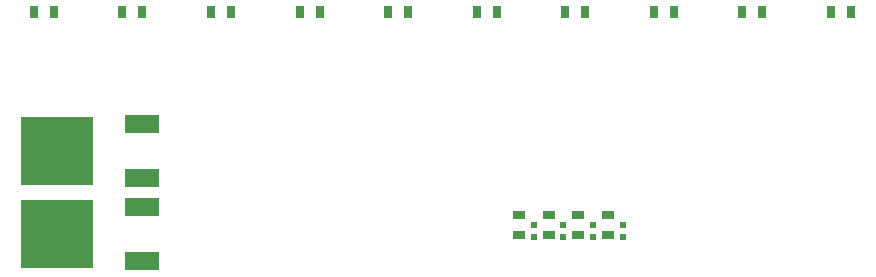
<source format=gbp>
%FSLAX44Y44*%
%MOMM*%
G71*
G01*
G75*
G04 Layer_Color=128*
%ADD10C,0.3000*%
%ADD11C,0.5000*%
%ADD12O,2.1500X0.6000*%
%ADD13R,3.0000X1.6000*%
%ADD14R,6.2000X5.8000*%
%ADD15O,0.7000X2.5000*%
%ADD16R,2.7000X1.0000*%
%ADD17R,2.7000X3.3000*%
%ADD18R,0.6300X0.8300*%
%ADD19R,1.0000X1.5000*%
G04:AMPARAMS|DCode=20|XSize=0.6mm|YSize=1.3mm|CornerRadius=0.15mm|HoleSize=0mm|Usage=FLASHONLY|Rotation=180.000|XOffset=0mm|YOffset=0mm|HoleType=Round|Shape=RoundedRectangle|*
%AMROUNDEDRECTD20*
21,1,0.6000,1.0000,0,0,180.0*
21,1,0.3000,1.3000,0,0,180.0*
1,1,0.3000,-0.1500,0.5000*
1,1,0.3000,0.1500,0.5000*
1,1,0.3000,0.1500,-0.5000*
1,1,0.3000,-0.1500,-0.5000*
%
%ADD20ROUNDEDRECTD20*%
%ADD21R,5.5000X3.2000*%
%ADD22R,0.6000X0.6000*%
%ADD23R,0.6000X0.6000*%
%ADD24R,0.9000X0.6000*%
%ADD25R,0.8300X0.6300*%
%ADD26R,1.0000X0.8000*%
%ADD27R,1.5000X2.1000*%
%ADD28R,3.0000X3.7500*%
%ADD29R,1.5000X1.0000*%
%ADD30R,0.6000X1.1000*%
%ADD31O,1.7000X0.3000*%
%ADD32R,0.4500X0.6000*%
%ADD33R,1.1000X0.6000*%
%ADD34C,1.8000*%
%ADD35C,1.5000*%
%ADD36C,2.0000*%
%ADD37C,0.7500*%
%ADD38C,1.0000*%
%ADD39C,0.2600*%
%ADD40C,0.2500*%
%ADD41C,2.5000*%
%ADD42C,1.5000*%
%ADD43R,1.5000X1.5000*%
%ADD44C,6.0000*%
%ADD45C,1.6000*%
%ADD46C,0.7000*%
%ADD47R,0.8000X1.0000*%
%ADD48C,0.7000*%
%ADD49C,0.1700*%
%ADD50C,0.2000*%
%ADD51C,0.2540*%
%ADD52C,0.1000*%
%ADD53C,0.1500*%
%ADD54O,2.3532X0.8032*%
%ADD55R,3.2032X1.8032*%
%ADD56R,6.4032X6.0032*%
%ADD57O,0.9032X2.7032*%
%ADD58R,2.9032X1.2032*%
%ADD59R,2.9032X3.5032*%
%ADD60R,0.8332X1.0332*%
%ADD61R,1.2032X1.7032*%
G04:AMPARAMS|DCode=62|XSize=0.8032mm|YSize=1.5032mm|CornerRadius=0.2516mm|HoleSize=0mm|Usage=FLASHONLY|Rotation=180.000|XOffset=0mm|YOffset=0mm|HoleType=Round|Shape=RoundedRectangle|*
%AMROUNDEDRECTD62*
21,1,0.8032,1.0000,0,0,180.0*
21,1,0.3000,1.5032,0,0,180.0*
1,1,0.5032,-0.1500,0.5000*
1,1,0.5032,0.1500,0.5000*
1,1,0.5032,0.1500,-0.5000*
1,1,0.5032,-0.1500,-0.5000*
%
%ADD62ROUNDEDRECTD62*%
%ADD63R,5.7032X3.4032*%
%ADD64R,0.8032X0.8032*%
%ADD65R,0.8032X0.8032*%
%ADD66R,1.1032X0.8032*%
%ADD67R,1.0332X0.8332*%
%ADD68R,1.2032X1.0032*%
%ADD69R,1.7032X2.3032*%
%ADD70R,3.2032X3.9532*%
%ADD71R,1.7032X1.2032*%
%ADD72R,0.8032X1.3032*%
%ADD73O,1.9032X0.5032*%
%ADD74R,0.6532X0.8032*%
%ADD75R,1.3032X0.8032*%
%ADD76C,2.7032*%
%ADD77C,1.7032*%
%ADD78R,1.7032X1.7032*%
%ADD79C,6.2032*%
%ADD80C,1.8032*%
%ADD81R,1.0032X1.2032*%
D13*
X350900Y180360D02*
D03*
Y134640D02*
D03*
X350900Y250360D02*
D03*
Y204640D02*
D03*
D14*
X279100Y157500D02*
D03*
X279100Y227500D02*
D03*
D22*
X757500Y155000D02*
D03*
Y165000D02*
D03*
X732500Y155000D02*
D03*
Y165000D02*
D03*
X707500Y155000D02*
D03*
Y165000D02*
D03*
X682500Y155000D02*
D03*
Y165000D02*
D03*
D26*
X745000Y156500D02*
D03*
Y173500D02*
D03*
X720000Y156500D02*
D03*
X720000Y173500D02*
D03*
X695000Y156500D02*
D03*
Y173500D02*
D03*
X670000Y156500D02*
D03*
X670000Y173500D02*
D03*
D47*
X951000Y345000D02*
D03*
X934000D02*
D03*
X876000Y345000D02*
D03*
X859000D02*
D03*
X801000D02*
D03*
X784000D02*
D03*
X726000D02*
D03*
X709000D02*
D03*
X651000D02*
D03*
X634000D02*
D03*
X576000D02*
D03*
X559000D02*
D03*
X501000D02*
D03*
X484000D02*
D03*
X426000D02*
D03*
X409000D02*
D03*
X351000D02*
D03*
X334000D02*
D03*
X276000D02*
D03*
X259000D02*
D03*
M02*

</source>
